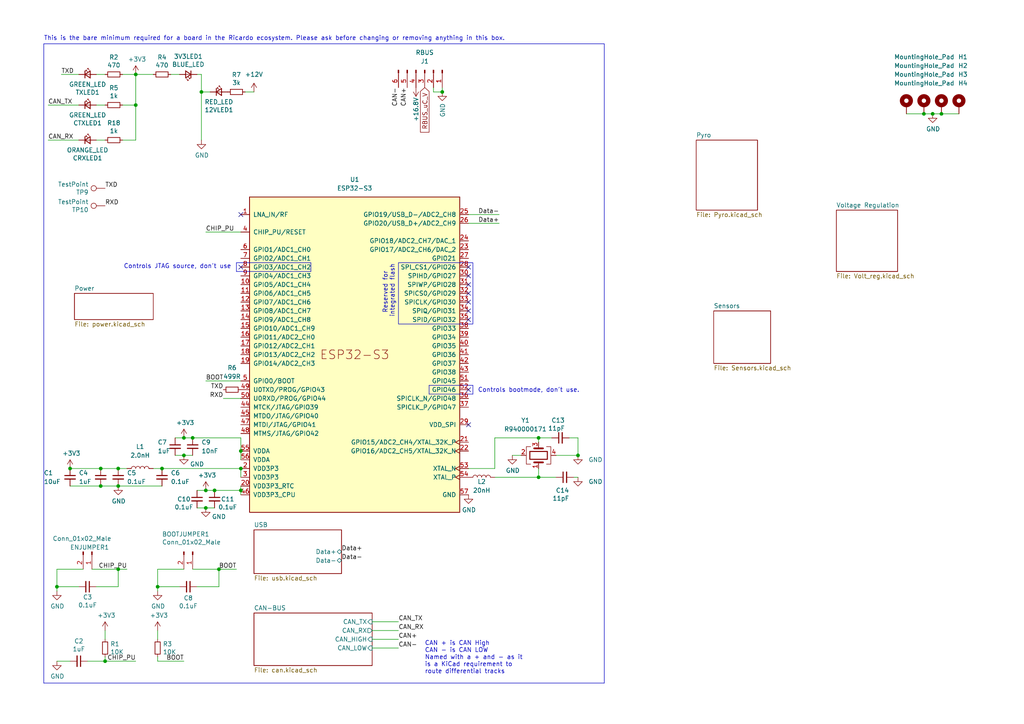
<source format=kicad_sch>
(kicad_sch (version 20231120) (generator "eeschema") (generator_version "8.0")
  (paper "A4")
  (lib_symbols
    (symbol "Connector:Conn_01x02_Male" (pin_names (offset 1.016) hide)
      (property "Reference" "J" (at 0 2.54 0))
      (property "Value" "Conn_01x02_Male" (at 0 -5.08 0))
      (symbol "Conn_01x02_Male_1_1"
        (polyline (pts (xy 1.27 -2.54) (xy 0.8636 -2.54)) (stroke (width 0.1524)))
        (polyline (pts (xy 1.27 0) (xy 0.8636 0)) (stroke (width 0.1524)))
        (rectangle (start 0.8636 -2.413) (end 0 -2.667) (stroke (width 0.1524)) (fill (type outline)))
        (rectangle (start 0.8636 0.127) (end 0 -0.127) (stroke (width 0.1524)) (fill (type outline)))
        (pin passive line (at 5.08 0 180) (length 3.81) (name "Pin_1") (number "1"))
        (pin passive line (at 5.08 -2.54 180) (length 3.81) (name "Pin_2") (number "2"))
      )
    )
    (symbol "Connector:Conn_01x06_Male" (pin_names (offset 1.016) hide)
      (property "Reference" "J" (at 0 7.62 0))
      (property "Value" "Conn_01x06_Male" (at 0 -10.16 0))
      (symbol "Conn_01x06_Male_1_1"
        (polyline (pts (xy 1.27 -7.62) (xy 0.8636 -7.62)) (stroke (width 0.1524)))
        (polyline (pts (xy 1.27 -5.08) (xy 0.8636 -5.08)) (stroke (width 0.1524)))
        (polyline (pts (xy 1.27 -2.54) (xy 0.8636 -2.54)) (stroke (width 0.1524)))
        (polyline (pts (xy 1.27 0) (xy 0.8636 0)) (stroke (width 0.1524)))
        (polyline (pts (xy 1.27 2.54) (xy 0.8636 2.54)) (stroke (width 0.1524)))
        (polyline (pts (xy 1.27 5.08) (xy 0.8636 5.08)) (stroke (width 0.1524)))
        (rectangle (start 0.8636 -7.493) (end 0 -7.747) (stroke (width 0.1524)) (fill (type outline)))
        (rectangle (start 0.8636 -4.953) (end 0 -5.207) (stroke (width 0.1524)) (fill (type outline)))
        (rectangle (start 0.8636 -2.413) (end 0 -2.667) (stroke (width 0.1524)) (fill (type outline)))
        (rectangle (start 0.8636 0.127) (end 0 -0.127) (stroke (width 0.1524)) (fill (type outline)))
        (rectangle (start 0.8636 2.667) (end 0 2.413) (stroke (width 0.1524)) (fill (type outline)))
        (rectangle (start 0.8636 5.207) (end 0 4.953) (stroke (width 0.1524)) (fill (type outline)))
        (pin passive line (at 5.08 5.08 180) (length 3.81) (name "Pin_1") (number "1"))
        (pin passive line (at 5.08 2.54 180) (length 3.81) (name "Pin_2") (number "2"))
        (pin passive line (at 5.08 0 180) (length 3.81) (name "Pin_3") (number "3"))
        (pin passive line (at 5.08 -2.54 180) (length 3.81) (name "Pin_4") (number "4"))
        (pin passive line (at 5.08 -5.08 180) (length 3.81) (name "Pin_5") (number "5"))
        (pin passive line (at 5.08 -7.62 180) (length 3.81) (name "Pin_6") (number "6"))
      )
    )
    (symbol "Connector:TestPoint" (pin_numbers hide) (pin_names (offset 0.762) hide)
      (property "Reference" "TP" (at 0 6.858 0))
      (property "Value" "TestPoint" (at 0 5.08 0))
      (symbol "TestPoint_0_1"
        (circle (center 0 3.302) (radius 0.762))
      )
      (symbol "TestPoint_1_1"
        (pin passive line (at 0 0 90) (length 2.54) (name "1") (number "1"))
      )
    )
    (symbol "Device:C_Small" (pin_numbers hide) (pin_names (offset 0.254) hide)
      (property "Reference" "C" (at 0.254 1.778 0))
      (property "Value" "C_Small" (at 0.254 -2.032 0))
      (symbol "C_Small_0_1"
        (polyline (pts (xy -1.524 -0.508) (xy 1.524 -0.508)) (stroke (width 0.3302)))
        (polyline (pts (xy -1.524 0.508) (xy 1.524 0.508)) (stroke (width 0.3048)))
      )
      (symbol "C_Small_1_1"
        (pin passive line (at 0 2.54 270) (length 2.032) (name "~") (number "1"))
        (pin passive line (at 0 -2.54 90) (length 2.032) (name "~") (number "2"))
      )
    )
    (symbol "Device:Crystal_GND24" (pin_names (offset 1.016) hide)
      (property "Reference" "Y" (at 3.175 5.08 0))
      (property "Value" "Crystal_GND24" (at 3.175 3.175 0))
      (symbol "Crystal_GND24_0_1"
        (rectangle (start -1.143 2.54) (end 1.143 -2.54) (stroke (width 0.3048)))
        (polyline (pts (xy -2.54 0) (xy -2.032 0)))
        (polyline (pts (xy -2.032 -1.27) (xy -2.032 1.27)) (stroke (width 0.508)))
        (polyline (pts (xy 0 -3.81) (xy 0 -3.556)))
        (polyline (pts (xy 0 3.556) (xy 0 3.81)))
        (polyline (pts (xy 2.032 -1.27) (xy 2.032 1.27)) (stroke (width 0.508)))
        (polyline (pts (xy 2.032 0) (xy 2.54 0)))
        (polyline (pts (xy -2.54 -2.286) (xy -2.54 -3.556) (xy 2.54 -3.556) (xy 2.54 -2.286)))
        (polyline (pts (xy -2.54 2.286) (xy -2.54 3.556) (xy 2.54 3.556) (xy 2.54 2.286)))
      )
      (symbol "Crystal_GND24_1_1"
        (pin passive line (at -3.81 0 0) (length 1.27) (name "1") (number "1"))
        (pin passive line (at 0 5.08 270) (length 1.27) (name "2") (number "2"))
        (pin passive line (at 3.81 0 180) (length 1.27) (name "3") (number "3"))
        (pin passive line (at 0 -5.08 90) (length 1.27) (name "4") (number "4"))
      )
    )
    (symbol "Device:L" (pin_numbers hide) (pin_names (offset 1.016) hide)
      (property "Reference" "L" (at -1.27 0 90))
      (property "Value" "L" (at 1.905 0 90))
      (symbol "L_0_1"
        (arc (start 0 -2.54) (mid 0.6323 -1.905) (end 0 -1.27))
        (arc (start 0 -1.27) (mid 0.6323 -0.635) (end 0 0))
        (arc (start 0 0) (mid 0.6323 0.635) (end 0 1.27))
        (arc (start 0 1.27) (mid 0.6323 1.905) (end 0 2.54))
      )
      (symbol "L_1_1"
        (pin passive line (at 0 3.81 270) (length 1.27) (name "1") (number "1"))
        (pin passive line (at 0 -3.81 90) (length 1.27) (name "2") (number "2"))
      )
    )
    (symbol "Device:LED_Small" (pin_numbers hide) (pin_names (offset 0.254) hide)
      (property "Reference" "D" (at -1.27 3.175 0))
      (property "Value" "LED_Small" (at -4.445 -2.54 0))
      (symbol "LED_Small_0_1"
        (polyline (pts (xy -0.762 -1.016) (xy -0.762 1.016)) (stroke (width 0.254)))
        (polyline (pts (xy 1.016 0) (xy -0.762 0)))
        (polyline (pts (xy 0.762 -1.016) (xy -0.762 0) (xy 0.762 1.016) (xy 0.762 -1.016)) (stroke (width 0.254)))
        (polyline (pts (xy 0 0.762) (xy -0.508 1.27) (xy -0.254 1.27) (xy -0.508 1.27) (xy -0.508 1.016)))
        (polyline (pts (xy 0.508 1.27) (xy 0 1.778) (xy 0.254 1.778) (xy 0 1.778) (xy 0 1.524)))
      )
      (symbol "LED_Small_1_1"
        (pin passive line (at -2.54 0 0) (length 1.778) (name "K") (number "1"))
        (pin passive line (at 2.54 0 180) (length 1.778) (name "A") (number "2"))
      )
    )
    (symbol "Device:R_Small" (pin_numbers hide) (pin_names (offset 0.254) hide)
      (property "Reference" "R" (at 0.762 0.508 0))
      (property "Value" "R_Small" (at 0.762 -1.016 0))
      (symbol "R_Small_0_1"
        (rectangle (start -0.762 1.778) (end 0.762 -1.778) (stroke (width 0.2032)))
      )
      (symbol "R_Small_1_1"
        (pin passive line (at 0 2.54 270) (length 0.762) (name "~") (number "1"))
        (pin passive line (at 0 -2.54 90) (length 0.762) (name "~") (number "2"))
      )
    )
    (symbol "Espressif:ESP32-S3" (pin_names (offset 1.016))
      (property "Reference" "U" (at 0 48.26 0))
      (property "Value" "ESP32-S3" (at 0 -48.26 0))
      (symbol "ESP32-S3_0_0"
        (text "ESP32-S3" (at 0 0 0) (effects (font (size 2.54 2.54))))
        (pin bidirectional line (at 33.02 -12.7 180) (length 2.54) (name "SPICLK_N/GPIO48") (number "36"))
        (pin bidirectional line (at 33.02 -15.24 180) (length 2.54) (name "SPICLK_P/GPIO47") (number "37"))
      )
      (symbol "ESP32-S3_0_1"
        (rectangle (start -30.48 45.72) (end 30.48 -45.72) (stroke (width 0.254)) (fill (type background)))
      )
      (symbol "ESP32-S3_1_1"
        (pin bidirectional line (at -33.02 40.64 0) (length 2.54) (name "LNA_IN/RF") (number "1"))
        (pin bidirectional line (at -33.02 20.32 0) (length 2.54) (name "GPIO5/ADC1_CH4") (number "10"))
        (pin bidirectional line (at -33.02 17.78 0) (length 2.54) (name "GPIO6/ADC1_CH5") (number "11"))
        (pin bidirectional line (at -33.02 15.24 0) (length 2.54) (name "GPIO7/ADC1_CH6") (number "12"))
        (pin bidirectional line (at -33.02 12.7 0) (length 2.54) (name "GPIO8/ADC1_CH7") (number "13"))
        (pin bidirectional line (at -33.02 10.16 0) (length 2.54) (name "GPIO9/ADC1_CH8") (number "14"))
        (pin bidirectional line (at -33.02 7.62 0) (length 2.54) (name "GPIO10/ADC1_CH9") (number "15"))
        (pin bidirectional line (at -33.02 5.08 0) (length 2.54) (name "GPIO11/ADC2_CH0") (number "16"))
        (pin bidirectional line (at -33.02 2.54 0) (length 2.54) (name "GPIO12/ADC2_CH1") (number "17"))
        (pin bidirectional line (at -33.02 0 0) (length 2.54) (name "GPIO13/ADC2_CH2") (number "18"))
        (pin bidirectional line (at -33.02 -2.54 0) (length 2.54) (name "GPIO14/ADC2_CH3") (number "19"))
        (pin power_in line (at -33.02 -33.02 0) (length 2.54) (name "VDD3P3") (number "2"))
        (pin power_in line (at -33.02 -38.1 0) (length 2.54) (name "VDD3P3_RTC") (number "20"))
        (pin input clock (at 33.02 -25.4 180) (length 2.54) (name "GPIO15/ADC2_CH4/XTAL_32K_P") (number "21"))
        (pin output clock (at 33.02 -27.94 180) (length 2.54) (name "GPIO16/ADC2_CH5/XTAL_32K_N") (number "22"))
        (pin bidirectional line (at 33.02 30.48 180) (length 2.54) (name "GPIO17/ADC2_CH6/DAC_2") (number "23"))
        (pin bidirectional line (at 33.02 33.02 180) (length 2.54) (name "GPIO18/ADC2_CH7/DAC_1") (number "24"))
        (pin bidirectional line (at 33.02 40.64 180) (length 2.54) (name "GPIO19/USB_D-/ADC2_CH8") (number "25"))
        (pin bidirectional line (at 33.02 38.1 180) (length 2.54) (name "GPIO20/USB_D+/ADC2_CH9") (number "26"))
        (pin bidirectional line (at 33.02 27.94 180) (length 2.54) (name "GPIO21") (number "27"))
        (pin bidirectional line (at 33.02 25.4 180) (length 2.54) (name "SPI_CS1/GPIO26") (number "28"))
        (pin power_out line (at 33.02 -20.32 180) (length 2.54) (name "VDD_SPI") (number "29"))
        (pin power_in line (at -33.02 -35.56 0) (length 2.54) (name "VDD3P3") (number "3"))
        (pin bidirectional line (at 33.02 22.86 180) (length 2.54) (name "SPIHD/GPIO27") (number "30"))
        (pin bidirectional line (at 33.02 20.32 180) (length 2.54) (name "SPIWP/GPIO28") (number "31"))
        (pin bidirectional line (at 33.02 17.78 180) (length 2.54) (name "SPICS0/GPIO29") (number "32"))
        (pin bidirectional line (at 33.02 15.24 180) (length 2.54) (name "SPICLK/GPIO30") (number "33"))
        (pin bidirectional line (at 33.02 12.7 180) (length 2.54) (name "SPIQ/GPIO31") (number "34"))
        (pin bidirectional line (at 33.02 10.16 180) (length 2.54) (name "SPID/GPIO32") (number "35"))
        (pin bidirectional line (at 33.02 7.62 180) (length 2.54) (name "GPIO33") (number "38"))
        (pin bidirectional line (at 33.02 5.08 180) (length 2.54) (name "GPIO34") (number "39"))
        (pin input line (at -33.02 35.56 0) (length 2.54) (name "CHIP_PU/RESET") (number "4"))
        (pin bidirectional line (at 33.02 2.54 180) (length 2.54) (name "GPIO35") (number "40"))
        (pin bidirectional line (at 33.02 0 180) (length 2.54) (name "GPIO36") (number "41"))
        (pin bidirectional line (at 33.02 -2.54 180) (length 2.54) (name "GPIO37") (number "42"))
        (pin bidirectional line (at 33.02 -5.08 180) (length 2.54) (name "GPIO38") (number "43"))
        (pin bidirectional line (at -33.02 -15.24 0) (length 2.54) (name "MTCK/JTAG/GPIO39") (number "44"))
        (pin bidirectional line (at -33.02 -17.78 0) (length 2.54) (name "MTDO/JTAG/GPIO40") (number "45"))
        (pin power_in line (at -33.02 -40.64 0) (length 2.54) (name "VDD3P3_CPU") (number "46"))
        (pin bidirectional line (at -33.02 -20.32 0) (length 2.54) (name "MTDI/JTAG/GPIO41") (number "47"))
        (pin bidirectional line (at -33.02 -22.86 0) (length 2.54) (name "MTMS/JTAG/GPIO42") (number "48"))
        (pin bidirectional line (at -33.02 -10.16 0) (length 2.54) (name "U0TXD/PROG/GPIO43") (number "49"))
        (pin bidirectional line (at -33.02 -7.62 0) (length 2.54) (name "GPIO0/BOOT") (number "5"))
        (pin bidirectional line (at -33.02 -12.7 0) (length 2.54) (name "U0RXD/PROG/GPIO44") (number "50"))
        (pin bidirectional line (at 33.02 -7.62 180) (length 2.54) (name "GPIO45") (number "51"))
        (pin bidirectional line (at 33.02 -10.16 180) (length 2.54) (name "GPIO46") (number "52"))
        (pin input clock (at 33.02 -33.02 180) (length 2.54) (name "XTAL_N") (number "53"))
        (pin output clock (at 33.02 -35.56 180) (length 2.54) (name "XTAL_P") (number "54"))
        (pin power_in line (at -33.02 -27.94 0) (length 2.54) (name "VDDA") (number "55"))
        (pin power_in line (at -33.02 -30.48 0) (length 2.54) (name "VDDA") (number "56"))
        (pin power_in line (at 33.02 -40.64 180) (length 2.54) (name "GND") (number "57"))
        (pin bidirectional line (at -33.02 30.48 0) (length 2.54) (name "GPIO1/ADC1_CH0") (number "6"))
        (pin bidirectional line (at -33.02 27.94 0) (length 2.54) (name "GPIO2/ADC1_CH1") (number "7"))
        (pin bidirectional line (at -33.02 25.4 0) (length 2.54) (name "GPIO3/ADC1_CH2") (number "8"))
        (pin bidirectional line (at -33.02 22.86 0) (length 2.54) (name "GPIO4/ADC1_CH3") (number "9"))
      )
    )
    (symbol "Mechanical:MountingHole_Pad" (pin_numbers hide) (pin_names (offset 1.016) hide)
      (property "Reference" "H" (at 0 6.35 0))
      (property "Value" "MountingHole_Pad" (at 0 4.445 0))
      (symbol "MountingHole_Pad_0_1"
        (circle (center 0 1.27) (radius 1.27) (stroke (width 1.27)))
      )
      (symbol "MountingHole_Pad_1_1"
        (pin input line (at 0 -2.54 90) (length 2.54) (name "1") (number "1"))
      )
    )
    (symbol "power:+12V" (power) (pin_names (offset 0))
      (property "Value" "+12V" (at 0 3.556 0))
      (symbol "+12V_0_1"
        (polyline (pts (xy -0.762 1.27) (xy 0 2.54)))
        (polyline (pts (xy 0 0) (xy 0 2.54)))
        (polyline (pts (xy 0 2.54) (xy 0.762 1.27)))
      )
      (symbol "+12V_1_1"
        (pin power_in line (at 0 0 90) (length 0) hide (name "+12V") (number "1"))
      )
    )
    (symbol "power:+3.3V" (power) (pin_names (offset 0))
      (property "Value" "+3.3V" (at 0 3.556 0))
      (symbol "+3.3V_0_1"
        (polyline (pts (xy -0.762 1.27) (xy 0 2.54)))
        (polyline (pts (xy 0 0) (xy 0 2.54)))
        (polyline (pts (xy 0 2.54) (xy 0.762 1.27)))
      )
      (symbol "+3.3V_1_1"
        (pin power_in line (at 0 0 90) (length 0) hide (name "+3V3") (number "1"))
      )
    )
    (symbol "power:GND" (power) (pin_names (offset 0))
      (property "Value" "GND" (at 0 -3.81 0))
      (symbol "GND_0_1"
        (polyline (pts (xy 0 0) (xy 0 -1.27) (xy 1.27 -1.27) (xy 0 -2.54) (xy -1.27 -1.27) (xy 0 -1.27)))
      )
      (symbol "GND_1_1"
        (pin power_in line (at 0 0 270) (length 0) hide (name "GND") (number "1"))
      )
    )
  )
  (junction (at 39.37 21.59))
  (junction (at 59.69 142.24))
  (junction (at 53.34 127))
  (junction (at 58.42 26.67))
  (junction (at 39.37 30.48))
  (junction (at 30.48 191.77))
  (junction (at 69.85 142.24))
  (junction (at 55.88 127))
  (junction (at 63.5 165.1))
  (junction (at 59.69 147.32))
  (junction (at 62.23 142.24))
  (junction (at 34.29 135.89))
  (junction (at 20.32 135.89))
  (junction (at 45.72 170.18))
  (junction (at 29.21 135.89))
  (junction (at 34.29 140.97))
  (junction (at 156.21 127))
  (junction (at 273.05 33.02))
  (junction (at 53.34 132.08))
  (junction (at 156.21 138.43))
  (junction (at 69.85 130.81))
  (junction (at 29.21 140.97))
  (junction (at 16.51 170.18))
  (junction (at 270.51 33.02))
  (junction (at 267.97 33.02))
  (junction (at 167.64 132.08))
  (junction (at 46.99 135.89))
  (junction (at 128.27 26.67))
  (junction (at 34.29 165.1))
  (junction (at 69.85 135.89))
  (no_connect (at 135.89 77.47))
  (no_connect (at 135.89 87.63))
  (no_connect (at 135.89 85.09))
  (no_connect (at 135.89 90.17))
  (no_connect (at 135.89 80.01))
  (no_connect (at 135.89 92.71))
  (no_connect (at 69.85 77.47))
  (no_connect (at 69.85 62.23))
  (no_connect (at 135.89 113.03))
  (no_connect (at 135.89 82.55))
  (no_connect (at 135.89 123.19))
  (wire (pts (xy 30.48 191.77) (xy 30.48 190.5)))
  (wire (pts (xy 135.89 62.23) (xy 144.78 62.23)))
  (wire (pts (xy 69.85 135.89) (xy 69.85 138.43)))
  (polyline (pts (xy 90.17 78.74) (xy 68.58 78.74)))
  (wire (pts (xy 63.5 170.18) (xy 63.5 165.1)))
  (polyline (pts (xy 68.58 76.2) (xy 68.58 78.74)))
  (wire (pts (xy 60.96 26.67) (xy 58.42 26.67)))
  (wire (pts (xy 16.51 191.77) (xy 20.32 191.77)))
  (wire (pts (xy 107.95 180.34) (xy 115.57 180.34)))
  (wire (pts (xy 128.27 25.4) (xy 128.27 26.67)))
  (wire (pts (xy 160.02 127) (xy 156.21 127)))
  (wire (pts (xy 35.56 30.48) (xy 39.37 30.48)))
  (wire (pts (xy 45.72 165.1) (xy 53.34 165.1)))
  (wire (pts (xy 125.73 26.67) (xy 128.27 26.67)))
  (wire (pts (xy 58.42 21.59) (xy 57.15 21.59)))
  (wire (pts (xy 29.21 135.89) (xy 34.29 135.89)))
  (wire (pts (xy 143.51 138.43) (xy 156.21 138.43)))
  (wire (pts (xy 59.69 110.49) (xy 69.85 110.49)))
  (polyline (pts (xy 12.7 12.7) (xy 12.7 198.12)))
  (wire (pts (xy 267.97 33.02) (xy 262.89 33.02)))
  (wire (pts (xy 16.51 170.18) (xy 16.51 171.45)))
  (wire (pts (xy 57.15 170.18) (xy 63.5 170.18)))
  (polyline (pts (xy 137.16 111.76) (xy 137.16 114.3)))
  (wire (pts (xy 68.58 165.1) (xy 63.5 165.1)))
  (wire (pts (xy 27.94 21.59) (xy 30.48 21.59)))
  (wire (pts (xy 16.51 165.1) (xy 16.51 170.18)))
  (wire (pts (xy 161.29 132.08) (xy 167.64 132.08)))
  (wire (pts (xy 30.48 182.88) (xy 30.48 185.42)))
  (wire (pts (xy 57.15 147.32) (xy 59.69 147.32)))
  (polyline (pts (xy 68.58 76.2) (xy 90.17 76.2)))
  (wire (pts (xy 34.29 135.89) (xy 36.83 135.89)))
  (wire (pts (xy 69.85 142.24) (xy 69.85 143.51)))
  (wire (pts (xy 62.23 142.24) (xy 69.85 142.24)))
  (wire (pts (xy 64.77 115.57) (xy 69.85 115.57)))
  (wire (pts (xy 53.34 132.08) (xy 55.88 132.08)))
  (wire (pts (xy 143.51 135.89) (xy 143.51 127)))
  (wire (pts (xy 156.21 127) (xy 156.21 128.27)))
  (wire (pts (xy 34.29 165.1) (xy 36.83 165.1)))
  (wire (pts (xy 50.8 132.08) (xy 53.34 132.08)))
  (polyline (pts (xy 124.46 111.76) (xy 124.46 114.3)))
  (wire (pts (xy 35.56 40.64) (xy 39.37 40.64)))
  (polyline (pts (xy 12.7 12.7) (xy 175.26 12.7)))
  (wire (pts (xy 39.37 30.48) (xy 39.37 40.64)))
  (wire (pts (xy 44.45 135.89) (xy 46.99 135.89)))
  (wire (pts (xy 69.85 130.81) (xy 69.85 133.35)))
  (wire (pts (xy 39.37 30.48) (xy 39.37 21.59)))
  (wire (pts (xy 22.86 170.18) (xy 16.51 170.18)))
  (wire (pts (xy 27.94 40.64) (xy 30.48 40.64)))
  (wire (pts (xy 50.8 127) (xy 53.34 127)))
  (wire (pts (xy 17.78 21.59) (xy 22.86 21.59)))
  (wire (pts (xy 13.97 30.48) (xy 22.86 30.48)))
  (wire (pts (xy 52.07 170.18) (xy 45.72 170.18)))
  (wire (pts (xy 278.13 33.02) (xy 273.05 33.02)))
  (wire (pts (xy 29.21 140.97) (xy 34.29 140.97)))
  (wire (pts (xy 35.56 21.59) (xy 39.37 21.59)))
  (wire (pts (xy 55.88 127) (xy 69.85 127)))
  (wire (pts (xy 107.95 187.96) (xy 115.57 187.96)))
  (wire (pts (xy 107.95 182.88) (xy 115.57 182.88)))
  (wire (pts (xy 69.85 127) (xy 69.85 130.81)))
  (polyline (pts (xy 137.16 114.3) (xy 124.46 114.3)))
  (wire (pts (xy 55.88 165.1) (xy 63.5 165.1)))
  (wire (pts (xy 125.73 25.4) (xy 125.73 26.67)))
  (wire (pts (xy 25.4 191.77) (xy 30.48 191.77)))
  (wire (pts (xy 273.05 33.02) (xy 270.51 33.02)))
  (wire (pts (xy 135.89 135.89) (xy 143.51 135.89)))
  (wire (pts (xy 45.72 170.18) (xy 45.72 171.45)))
  (wire (pts (xy 45.72 191.77) (xy 45.72 190.5)))
  (wire (pts (xy 49.53 21.59) (xy 52.07 21.59)))
  (wire (pts (xy 148.59 132.08) (xy 151.13 132.08)))
  (wire (pts (xy 58.42 21.59) (xy 58.42 26.67)))
  (wire (pts (xy 161.29 138.43) (xy 156.21 138.43)))
  (wire (pts (xy 59.69 67.31) (xy 69.85 67.31)))
  (wire (pts (xy 53.34 191.77) (xy 45.72 191.77)))
  (wire (pts (xy 58.42 26.67) (xy 58.42 40.64)))
  (wire (pts (xy 156.21 135.89) (xy 156.21 138.43)))
  (wire (pts (xy 34.29 170.18) (xy 34.29 165.1)))
  (polyline (pts (xy 90.17 76.2) (xy 90.17 78.74)))
  (wire (pts (xy 143.51 127) (xy 156.21 127)))
  (wire (pts (xy 167.64 138.43) (xy 166.37 138.43)))
  (wire (pts (xy 20.32 135.89) (xy 29.21 135.89)))
  (wire (pts (xy 167.64 127) (xy 167.64 132.08)))
  (wire (pts (xy 13.97 40.64) (xy 22.86 40.64)))
  (wire (pts (xy 39.37 21.59) (xy 44.45 21.59)))
  (polyline (pts (xy 124.46 111.76) (xy 137.16 111.76)))
  (wire (pts (xy 59.69 147.32) (xy 62.23 147.32)))
  (wire (pts (xy 30.48 191.77) (xy 39.37 191.77)))
  (wire (pts (xy 270.51 33.02) (xy 267.97 33.02)))
  (wire (pts (xy 107.95 185.42) (xy 115.57 185.42)))
  (wire (pts (xy 53.34 127) (xy 55.88 127)))
  (wire (pts (xy 73.66 26.67) (xy 71.12 26.67)))
  (wire (pts (xy 46.99 135.89) (xy 69.85 135.89)))
  (polyline (pts (xy 175.26 12.7) (xy 175.26 198.12)))
  (wire (pts (xy 27.94 30.48) (xy 30.48 30.48)))
  (wire (pts (xy 34.29 140.97) (xy 46.99 140.97)))
  (wire (pts (xy 135.89 64.77) (xy 144.78 64.77)))
  (wire (pts (xy 27.94 170.18) (xy 34.29 170.18)))
  (wire (pts (xy 45.72 165.1) (xy 45.72 170.18)))
  (wire (pts (xy 59.69 142.24) (xy 62.23 142.24)))
  (wire (pts (xy 57.15 142.24) (xy 59.69 142.24)))
  (wire (pts (xy 20.32 140.97) (xy 29.21 140.97)))
  (wire (pts (xy 69.85 142.24) (xy 69.85 140.97)))
  (wire (pts (xy 167.64 127) (xy 165.1 127)))
  (wire (pts (xy 26.67 165.1) (xy 34.29 165.1)))
  (wire (pts (xy 45.72 182.88) (xy 45.72 185.42)))
  (wire (pts (xy 16.51 165.1) (xy 24.13 165.1)))
  (polyline (pts (xy 175.26 198.12) (xy 12.7 198.12)))
  (rectangle (start 115.57 76.2) (end 137.16 93.98))
  (text "Controls bootmode, don't use.\n" (at 138.5894 113.9757 0) (effects (font (size 1.27 1.27)) (justify left bottom)))
  (text "This is the bare minimum required for a board in the Ricardo ecosystem. Please ask before changing or removing anything in this box.\n\n" (at 12.7 13.97 0) (effects (font (size 1.27 1.27)) (justify left bottom)))
  (text "CAN + is CAN High\nCAN - is CAN LOW\nNamed with a + and - as it\nis a KiCad requirement to\nroute differential tracks\n" (at 123.19 195.58 0) (effects (font (size 1.27 1.27)) (justify left bottom)))
  (text "Controls JTAG source, don't use\n" (at 67.0857 78.0878 0) (effects (font (size 1.27 1.27)) (justify right bottom)))
  (text "Reserved for \nintegrated flash" (at 112.776 84.328 90) (effects (font (size 1.27 1.27))))
  (label "CHIP_PU" (at 36.83 165.1 180))
  (label "CAN+" (at 115.57 185.42 0))
  (label "Data+" (at 99.06 160.02 0) (property "Netclass" "USB" (effects (hide yes))))
  (label "RXD" (at 30.48 59.69 0))
  (label "Data-" (at 99.06 162.56 0) (property "Netclass" "USB" (effects (hide yes))))
  (label "BOOT" (at 53.34 191.77 180))
  (label "TXD" (at 30.48 54.61 0))
  (label "CAN_RX" (at 13.97 40.64 0))
  (label "CAN-" (at 115.57 25.4 270))
  (label "CAN+" (at 118.11 25.4 270))
  (label "CAN_TX" (at 115.57 180.34 0))
  (label "BOOT" (at 68.58 165.1 180))
  (label "RXD" (at 64.77 115.57 180))
  (label "BOOT" (at 59.69 110.49 0))
  (label "TXD" (at 64.77 113.03 180))
  (label "CAN_TX" (at 13.97 30.48 0))
  (label "CHIP_PU" (at 59.69 67.31 0))
  (label "CAN_RX" (at 115.57 182.88 0))
  (label "Data+" (at 144.78 64.77 180))
  (label "Data-" (at 144.78 62.23 180))
  (label "CAN-" (at 115.57 187.96 0))
  (label "TXD" (at 17.78 21.59 0))
  (label "CHIP_PU" (at 39.37 191.77 180))
  (global_label "RBUS_uC_V" (shape input) (at 123.19 25.4 270) (property "Intersheetrefs" "${INTERSHEET_REFS}" (effects (hide yes))))
  (symbol (lib_id "power:+3.3V") (at 30.48 182.88 0) (unit 1)
    (property "Reference" "#PWR04" (effects (hide yes)))
    (property "Value" "+3V3" (at 30.861 178.4858 0))
  )
  (symbol (lib_id "Device:R_Small") (at 30.48 187.96 0) (unit 1)
    (property "Reference" "R1" (at 31.9786 186.7916 0) (effects (justify left)))
    (property "Value" "10K" (at 31.9786 189.103 0) (effects (justify left)))
    (property "Footprint" "Resistor_SMD:R_0402_1005Metric" (effects (hide yes)))
  )
  (symbol (lib_id "Device:C_Small") (at 22.86 191.77 270) (unit 1)
    (property "Reference" "C2" (at 22.86 185.9534 90))
    (property "Value" "1uF" (at 22.86 188.2648 90))
    (property "Footprint" "Capacitor_SMD:C_0402_1005Metric" (effects (hide yes)))
  )
  (symbol (lib_id "power:GND") (at 16.51 191.77 0) (unit 1)
    (property "Reference" "#PWR02" (effects (hide yes)))
    (property "Value" "GND" (at 16.637 196.1642 0))
  )
  (symbol (lib_id "power:+3.3V") (at 45.72 182.88 0) (unit 1)
    (property "Reference" "#PWR08" (effects (hide yes)))
    (property "Value" "+3V3" (at 46.101 178.4858 0))
  )
  (symbol (lib_id "Device:R_Small") (at 45.72 187.96 0) (unit 1)
    (property "Reference" "R3" (at 47.2186 186.7916 0) (effects (justify left)))
    (property "Value" "10K" (at 47.2186 189.103 0) (effects (justify left)))
    (property "Footprint" "Resistor_SMD:R_0402_1005Metric" (effects (hide yes)))
  )
  (symbol (lib_id "power:GND") (at 45.72 171.45 0) (unit 1)
    (property "Reference" "#PWR07" (effects (hide yes)))
    (property "Value" "GND" (at 45.847 175.8442 0))
  )
  (symbol (lib_id "Device:C_Small") (at 54.61 170.18 270) (unit 1)
    (property "Reference" "C8" (at 54.61 173.4566 90))
    (property "Value" "0.1uF" (at 54.61 175.768 90))
    (property "Footprint" "Capacitor_SMD:C_0402_1005Metric" (effects (hide yes)))
  )
  (symbol (lib_id "power:GND") (at 16.51 171.45 0) (unit 1)
    (property "Reference" "#PWR01" (effects (hide yes)))
    (property "Value" "GND" (at 16.637 175.8442 0))
  )
  (symbol (lib_id "Device:C_Small") (at 25.4 170.18 270) (unit 1)
    (property "Reference" "C3" (at 25.4 173.2026 90))
    (property "Value" "0.1uF" (at 25.4 175.514 90))
    (property "Footprint" "Capacitor_SMD:C_0402_1005Metric" (effects (hide yes)))
  )
  (symbol (lib_id "Device:LED_Small") (at 25.4 21.59 0) (unit 1)
    (property "Reference" "TXLED1" (at 25.4 26.797 0))
    (property "Value" "GREEN_LED" (at 25.4 24.4856 0))
    (property "Footprint" "Resistor_SMD:R_0402_1005Metric" (effects (hide yes)))
  )
  (symbol (lib_id "Device:R_Small") (at 33.02 21.59 270) (unit 1)
    (property "Reference" "R2" (at 33.02 16.6116 90))
    (property "Value" "470" (at 33.02 18.923 90))
    (property "Footprint" "Resistor_SMD:R_0402_1005Metric" (effects (hide yes)))
  )
  (symbol (lib_id "power:GND") (at 58.42 40.64 0) (unit 1)
    (property "Reference" "#PWR012" (effects (hide yes)))
    (property "Value" "GND" (at 58.547 45.0342 0))
  )
  (symbol (lib_id "power:+3.3V") (at 39.37 21.59 0) (unit 1)
    (property "Reference" "#PWR06" (effects (hide yes)))
    (property "Value" "+3V3" (at 39.751 17.1958 0))
  )
  (symbol (lib_id "Device:LED_Small") (at 54.61 21.59 180) (unit 1)
    (property "Reference" "3V3LED1" (at 54.61 16.383 0))
    (property "Value" "BLUE_LED" (at 54.61 18.6944 0))
    (property "Footprint" "Resistor_SMD:R_0402_1005Metric" (effects (hide yes)))
  )
  (symbol (lib_id "Device:R_Small") (at 46.99 21.59 270) (unit 1)
    (property "Reference" "R4" (at 46.99 16.6116 90))
    (property "Value" "470" (at 46.99 18.923 90))
    (property "Footprint" "Resistor_SMD:R_0402_1005Metric" (effects (hide yes)))
  )
  (symbol (lib_id "Connector:Conn_01x02_Male") (at 26.67 160.02 270) (unit 1)
    (property "Reference" "ENJUMPER1" (at 20.32 158.75 90) (effects (justify left)))
    (property "Value" "Conn_01x02_Male" (at 15.24 156.21 90) (effects (justify left)))
    (property "Footprint" "Connector_PinHeader_2.54mm:PinHeader_1x02_P2.54mm_Vertical" (effects (hide yes)))
  )
  (symbol (lib_id "Connector:Conn_01x02_Male") (at 55.88 160.02 270) (unit 1)
    (property "Reference" "BOOTJUMPER1" (at 46.99 154.94 90) (effects (justify left)))
    (property "Value" "Conn_01x02_Male" (at 46.99 157.2514 90) (effects (justify left)))
    (property "Footprint" "Connector_PinHeader_2.54mm:PinHeader_1x02_P2.54mm_Vertical" (effects (hide yes)))
  )
  (symbol (lib_id "power:GND") (at 128.27 26.67 0) (unit 1)
    (property "Reference" "#PWR018" (effects (hide yes)))
    (property "Value" "GND" (at 128.397 29.9212 90) (effects (justify right)))
  )
  (symbol (lib_id "Connector:Conn_01x06_Male") (at 123.19 20.32 270) (unit 1)
    (property "Reference" "J1" (at 123.19 17.78 90))
    (property "Value" "RBUS" (at 123.19 15.24 90))
    (property "Footprint" "Connector_Molex:Molex_Mini-Fit_Jr_5566-06A_2x03_P4.20mm_Vertical" (effects (hide yes)))
  )
  (symbol (lib_id "Device:LED_Small") (at 63.5 26.67 0) (unit 1)
    (property "Reference" "12VLED1" (at 63.5 31.877 0))
    (property "Value" "RED_LED" (at 63.5 29.5656 0))
    (property "Footprint" "Resistor_SMD:R_0402_1005Metric" (effects (hide yes)))
  )
  (symbol (lib_id "Device:R_Small") (at 68.58 26.67 270) (unit 1)
    (property "Reference" "R7" (at 68.58 21.6916 90))
    (property "Value" "3k" (at 68.58 24.003 90))
    (property "Footprint" "Resistor_SMD:R_0402_1005Metric" (effects (hide yes)))
  )
  (symbol (lib_id "Device:LED_Small") (at 25.4 30.48 0) (unit 1)
    (property "Reference" "CTXLED1" (at 25.4 35.687 0))
    (property "Value" "GREEN_LED" (at 25.4 33.3756 0))
    (property "Footprint" "Resistor_SMD:R_0402_1005Metric" (effects (hide yes)))
  )
  (symbol (lib_id "Connector:TestPoint") (at 30.48 54.61 90) (unit 1)
    (property "Reference" "TP9" (at 25.7048 55.7784 90) (effects (justify left)))
    (property "Value" "TestPoint" (at 25.7048 53.467 90) (effects (justify left)))
    (property "Footprint" "TestPoint:TestPoint_Pad_D1.0mm" (effects (hide yes)))
  )
  (symbol (lib_id "power:GND") (at 167.64 132.08 0) (unit 1)
    (property "Reference" "#PWR021" (effects (hide yes)))
    (property "Value" "GND" (at 172.72 133.35 0))
  )
  (symbol (lib_id "power:GND") (at 34.29 140.97 0) (unit 1)
    (property "Reference" "#PWR05" (effects (hide yes)))
    (property "Value" "GND" (at 34.417 145.3642 0))
  )
  (symbol (lib_id "Device:C_Small") (at 55.88 129.54 0) (unit 1)
    (property "Reference" "C9" (at 58.42 128.2762 0) (effects (justify left)))
    (property "Value" "10nF" (at 58.42 130.8162 0) (effects (justify left)))
    (property "Footprint" "Capacitor_SMD:C_0402_1005Metric" (effects (hide yes)))
  )
  (symbol (lib_id "power:+3.3V") (at 53.34 127 0) (unit 1)
    (property "Reference" "#PWR010" (effects (hide yes)))
    (property "Value" "+3V3" (at 53.721 122.6058 0))
  )
  (symbol (lib_id "Mechanical:MountingHole_Pad") (at 267.97 30.48 0) (unit 1)
    (property "Reference" "H2" (at 280.67 19.05 0) (effects (justify right)))
    (property "Value" "MountingHole_Pad" (at 276.86 21.59 0) (effects (justify right)))
    (property "Footprint" "MountingHole:MountingHole_3.2mm_M3_DIN965_Pad" (effects (hide yes)))
  )
  (symbol (lib_id "Device:C_Small") (at 50.8 129.54 0) (unit 1)
    (property "Reference" "C7" (at 45.72 128.27 0) (effects (justify left)))
    (property "Value" "1uF" (at 45.72 130.81 0) (effects (justify left)))
    (property "Footprint" "Capacitor_SMD:C_0402_1005Metric" (effects (hide yes)))
  )
  (symbol (lib_id "power:+12V") (at 73.66 26.67 0) (unit 1)
    (property "Reference" "#PWR015" (effects (hide yes)))
    (property "Value" "+12V" (at 73.66 21.59 0))
  )
  (symbol (lib_id "Mechanical:MountingHole_Pad") (at 278.13 30.48 0) (unit 1)
    (property "Reference" "H4" (at 280.67 24.13 0) (effects (justify right)))
    (property "Value" "MountingHole_Pad" (at 276.86 16.51 0) (effects (justify right)))
    (property "Footprint" "MountingHole:MountingHole_3.2mm_M3_DIN965_Pad" (effects (hide yes)))
  )
  (symbol (lib_id "power:GND") (at 59.69 147.32 0) (unit 1)
    (property "Reference" "#PWR014" (effects (hide yes)))
    (property "Value" "GND" (at 63.5 149.86 0))
  )
  (symbol (lib_id "power:+12V") (at 120.65 25.4 180) (unit 1)
    (property "Reference" "#PWR017" (effects (hide yes)))
    (property "Value" "+16.8V" (at 120.65 31.75 90))
  )
  (symbol (lib_id "Device:R_Small") (at 33.02 40.64 270) (unit 1)
    (property "Reference" "R18" (at 33.02 35.6616 90))
    (property "Value" "1k" (at 33.02 37.973 90))
    (property "Footprint" "Resistor_SMD:R_0402_1005Metric" (effects (hide yes)))
  )
  (symbol (lib_id "Device:LED_Small") (at 25.4 40.64 0) (unit 1)
    (property "Reference" "CRXLED1" (at 25.4 45.847 0))
    (property "Value" "ORANGE_LED" (at 25.4 43.5356 0))
    (property "Footprint" "Resistor_SMD:R_0402_1005Metric" (effects (hide yes)))
  )
  (symbol (lib_id "Device:C_Small") (at 20.32 138.43 0) (unit 1)
    (property "Reference" "C1" (at 12.7 137.16 0) (effects (justify left)))
    (property "Value" "10uF" (at 12.7 139.7 0) (effects (justify left)))
    (property "Footprint" "Capacitor_SMD:C_0402_1005Metric" (effects (hide yes)))
  )
  (symbol (lib_id "Device:C_Small") (at 57.15 144.78 0) (unit 1)
    (property "Reference" "C10" (at 53.34 144.78 0))
    (property "Value" "0.1uF" (at 53.34 147.0914 0))
    (property "Footprint" "Capacitor_SMD:C_0402_1005Metric" (effects (hide yes)))
  )
  (symbol (lib_id "Device:C_Small") (at 163.83 138.43 90) (unit 1)
    (property "Reference" "C14" (at 165.1 142.24 90) (effects (justify left)))
    (property "Value" "11pF" (at 165.1 144.5514 90) (effects (justify left)))
    (property "Footprint" "Capacitor_SMD:C_0402_1005Metric" (effects (hide yes)))
  )
  (symbol (lib_id "power:GND") (at 167.64 138.43 0) (unit 1)
    (property "Reference" "#PWR022" (effects (hide yes)))
    (property "Value" "GND" (at 172.72 139.7 0))
  )
  (symbol (lib_id "Device:C_Small") (at 34.29 138.43 0) (unit 1)
    (property "Reference" "C5" (at 36.83 137.1662 0) (effects (justify left)))
    (property "Value" "0.1uF" (at 36.83 139.7062 0) (effects (justify left)))
    (property "Footprint" "Capacitor_SMD:C_0402_1005Metric" (effects (hide yes)))
  )
  (symbol (lib_id "power:GND") (at 53.34 132.08 0) (unit 1)
    (property "Reference" "#PWR011" (effects (hide yes)))
    (property "Value" "GND" (at 57.15 134.62 0))
  )
  (symbol (lib_id "Mechanical:MountingHole_Pad") (at 262.89 30.48 0) (unit 1)
    (property "Reference" "H1" (at 280.67 16.51 0) (effects (justify right)))
    (property "Value" "MountingHole_Pad" (at 276.86 24.13 0) (effects (justify right)))
    (property "Footprint" "MountingHole:MountingHole_3.2mm_M3_DIN965_Pad" (effects (hide yes)))
  )
  (symbol (lib_id "Device:R_Small") (at 33.02 30.48 270) (unit 1)
    (property "Reference" "R5" (at 33.02 25.5016 90))
    (property "Value" "1k" (at 33.02 27.813 90))
    (property "Footprint" "Resistor_SMD:R_0402_1005Metric" (effects (hide yes)))
  )
  (symbol (lib_id "Device:C_Small") (at 62.23 144.78 0) (unit 1)
    (property "Reference" "C11" (at 66.04 144.78 0))
    (property "Value" "0.1uF" (at 66.04 147.0914 0))
    (property "Footprint" "Capacitor_SMD:C_0402_1005Metric" (effects (hide yes)))
  )
  (symbol (lib_id "Device:C_Small") (at 162.56 127 90) (unit 1)
    (property "Reference" "C13" (at 163.83 121.92 90) (effects (justify left)))
    (property "Value" "11pF" (at 163.83 124.2314 90) (effects (justify left)))
    (property "Footprint" "Capacitor_SMD:C_0402_1005Metric" (effects (hide yes)))
  )
  (symbol (lib_id "power:GND") (at 148.59 132.08 0) (unit 1)
    (property "Reference" "#PWR020" (effects (hide yes)))
    (property "Value" "GND" (at 148.717 136.4742 0))
  )
  (symbol (lib_id "Device:L") (at 139.7 138.43 90) (unit 1)
    (property "Reference" "L2" (at 139.7 139.7 90))
    (property "Value" "20nH" (at 139.7 142.24 90))
    (property "Footprint" "Inductor_SMD:L_0402_1005Metric" (effects (hide yes)))
  )
  (symbol (lib_id "power:+3.3V") (at 59.69 142.24 0) (unit 1)
    (property "Reference" "#PWR013" (effects (hide yes)))
    (property "Value" "+3V3" (at 60.071 137.8458 0))
  )
  (symbol (lib_id "Connector:TestPoint") (at 30.48 59.69 90) (unit 1)
    (property "Reference" "TP10" (at 25.7048 60.8584 90) (effects (justify left)))
    (property "Value" "TestPoint" (at 25.7048 58.547 90) (effects (justify left)))
    (property "Footprint" "TestPoint:TestPoint_Pad_D1.0mm" (effects (hide yes)))
  )
  (symbol (lib_id "Device:L") (at 40.64 135.89 90) (unit 1)
    (property "Reference" "L1" (at 40.64 129.54 90))
    (property "Value" "2.0nH" (at 40.64 132.08 90))
    (property "Footprint" "Inductor_SMD:L_0402_1005Metric" (effects (hide yes)))
  )
  (symbol (lib_id "power:+3.3V") (at 20.32 135.89 0) (unit 1)
    (property "Reference" "#PWR03" (effects (hide yes)))
    (property "Value" "+3V3" (at 20.701 131.4958 0))
  )
  (symbol (lib_id "Espressif:ESP32-S3") (at 102.87 102.87 0) (unit 1)
    (property "Reference" "U1" (at 102.87 52.07 0))
    (property "Value" "ESP32-S3" (at 102.87 54.61 0))
    (property "Footprint" "iclr:QFN40P700X700X90-57N" (effects (hide yes)))
    (property "Datasheet" "https://www.espressif.com/sites/default/files/documentation/esp32-s3_datasheet_en.pdf" (effects (hide yes)))
  )
  (symbol (lib_id "Mechanical:MountingHole_Pad") (at 273.05 30.48 0) (unit 1)
    (property "Reference" "H3" (at 280.67 21.59 0) (effects (justify right)))
    (property "Value" "MountingHole_Pad" (at 276.86 19.05 0) (effects (justify right)))
    (property "Footprint" "MountingHole:MountingHole_3.2mm_M3_DIN965_Pad" (effects (hide yes)))
  )
  (symbol (lib_id "power:GND") (at 270.51 33.02 0) (unit 1)
    (property "Reference" "#PWR023" (effects (hide yes)))
    (property "Value" "GND" (at 270.637 37.4142 0))
  )
  (symbol (lib_id "Device:Crystal_GND24") (at 156.21 132.08 90) (unit 1)
    (property "Reference" "Y1" (at 152.4 121.92 90))
    (property "Value" "R940000171" (at 152.4 124.46 90))
    (property "Footprint" "Crystal:Crystal_SMD_2016-4Pin_2.0x1.6mm" (effects (hide yes)))
  )
  (symbol (lib_id "Device:C_Small") (at 29.21 138.43 0) (unit 1)
    (property "Reference" "C4" (at 22.86 137.16 0) (effects (justify left)))
    (property "Value" "1uF" (at 22.86 139.7 0) (effects (justify left)))
    (property "Footprint" "Capacitor_SMD:C_0402_1005Metric" (effects (hide yes)))
  )
  (symbol (lib_id "power:GND") (at 135.89 143.51 0) (unit 1)
    (property "Reference" "#PWR019" (effects (hide yes)))
    (property "Value" "GND" (at 136.017 147.9042 0))
  )
  (symbol (lib_id "Device:R_Small") (at 67.31 113.03 90) (unit 1)
    (property "Reference" "R6" (at 67.31 106.68 90))
    (property "Value" "499R" (at 67.31 109.22 90))
    (property "Footprint" "Resistor_SMD:R_0402_1005Metric" (effects (hide yes)))
  )
  (symbol (lib_id "Device:C_Small") (at 46.99 138.43 0) (unit 1)
    (property "Reference" "C6" (at 49.53 137.1662 0) (effects (justify left)))
    (property "Value" "0.1uF" (at 49.53 139.7062 0) (effects (justify left)))
    (property "Footprint" "Capacitor_SMD:C_0402_1005Metric" (effects (hide yes)))
  )
  (sheet (at 73.66 153.67) (size 25.4 12.7)
    (property "Sheetname" "USB" (at 73.66 152.9584 0) (effects (justify left bottom)))
    (property "Sheetfile" "usb.kicad_sch" (at 73.66 166.9546 0) (effects (justify left top)))
    (pin "Data+" bidirectional (at 99.06 160.02 0))
    (pin "Data-" bidirectional (at 99.06 162.56 0))
  )
  (sheet (at 73.66 177.8) (size 34.29 15.24)
    (property "Sheetname" "CAN-BUS" (at 73.66 177.0884 0) (effects (justify left bottom)))
    (property "Sheetfile" "can.kicad_sch" (at 73.66 193.6246 0) (effects (justify left top)))
    (pin "CAN_TX" input (at 107.95 180.34 0))
    (pin "CAN_RX" output (at 107.95 182.88 0))
    (pin "CAN_HIGH" input (at 107.95 185.42 0))
    (pin "CAN_LOW" input (at 107.95 187.96 0))
  )
  (sheet (at 201.93 40.64) (size 17.78 20.32) (stroke (width 0.1524))
    (property "Sheetname" "Pyro" (at 201.93 39.9284 0) (effects (justify left bottom)))
    (property "Sheetfile" "Pyro.kicad_sch" (at 201.93 61.5446 0) (effects (justify left top)))
  )
  (sheet (at 21.59 85.09) (size 22.86 7.62) (stroke (width 0.1524))
    (property "Sheetname" "Power" (at 21.59 84.3784 0) (effects (justify left bottom)))
    (property "Sheetfile" "power.kicad_sch" (at 21.59 93.2946 0) (effects (justify left top)))
  )
  (sheet (at 242.57 60.96) (size 17.78 17.78) (stroke (width 0.1524))
    (property "Sheetname" "Voltage Regulation" (at 242.57 60.2484 0) (effects (justify left bottom)))
    (property "Sheetfile" "Volt_reg.kicad_sch" (at 242.57 79.3246 0) (effects (justify left top)))
  )
  (sheet (at 207.01 90.17) (size 16.51 15.24) (stroke (width 0.1524))
    (property "Sheetname" "Sensors" (at 207.01 89.4584 0) (effects (justify left bottom)))
    (property "Sheetfile" "Sensors.kicad_sch" (at 207.01 105.9946 0) (effects (justify left top)))
  )
)
</source>
